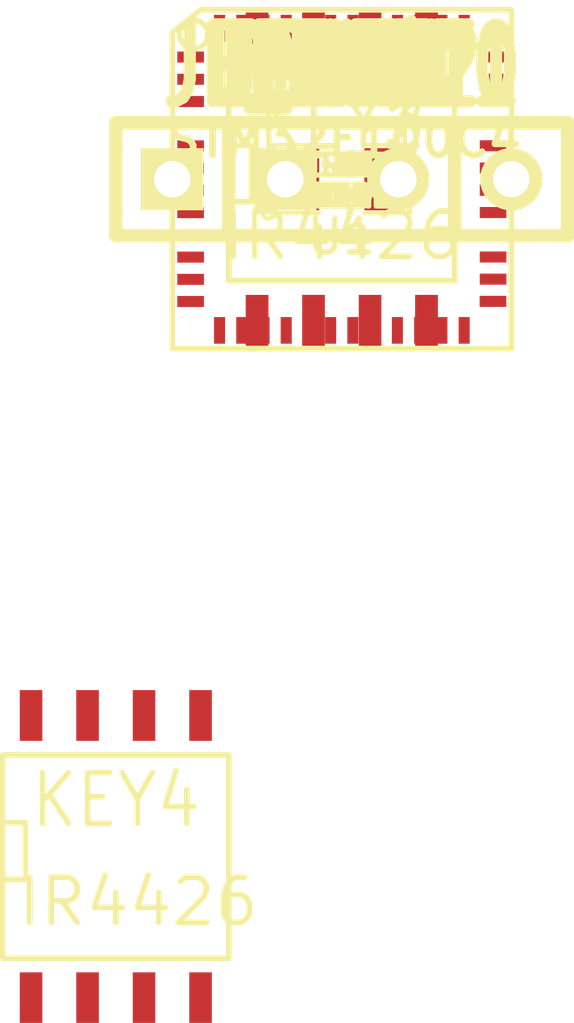
<source format=kicad_pcb>
(kicad_pcb (version 3) (host pcbnew "(2013-07-07 BZR 4022)-stable")

  (general
    (links 68)
    (no_connects 41)
    (area 0 0 0 0)
    (thickness 1.6)
    (drawings 0)
    (tracks 0)
    (zones 0)
    (modules 46)
    (nets 44)
  )

  (page A3)
  (layers
    (15 F.Cu signal)
    (0 B.Cu signal)
    (17 F.Adhes user)
    (19 F.Paste user)
    (21 F.SilkS user)
    (23 F.Mask user)
    (28 Edge.Cuts user)
  )

  (setup
    (last_trace_width 0.254)
    (user_trace_width 1)
    (user_trace_width 1.5)
    (user_trace_width 2)
    (trace_clearance 0.254)
    (zone_clearance 0.508)
    (zone_45_only no)
    (trace_min 0.254)
    (segment_width 0.2)
    (edge_width 0.1)
    (via_size 0.889)
    (via_drill 0.635)
    (via_min_size 0.889)
    (via_min_drill 0.508)
    (user_via 1 0.5)
    (user_via 1.5 1)
    (uvia_size 0.508)
    (uvia_drill 0.127)
    (uvias_allowed no)
    (uvia_min_size 0.508)
    (uvia_min_drill 0.127)
    (pcb_text_width 0.3)
    (pcb_text_size 1.5 1.5)
    (mod_edge_width 0.15)
    (mod_text_size 1 1)
    (mod_text_width 0.15)
    (pad_size 1.5 1.5)
    (pad_drill 0.6)
    (pad_to_mask_clearance 0)
    (aux_axis_origin 0 0)
    (visible_elements FFFFFFBF)
    (pcbplotparams
      (layerselection 3178497)
      (usegerberextensions true)
      (excludeedgelayer true)
      (linewidth 0.150000)
      (plotframeref false)
      (viasonmask false)
      (mode 1)
      (useauxorigin false)
      (hpglpennumber 1)
      (hpglpenspeed 20)
      (hpglpendiameter 15)
      (hpglpenoverlay 2)
      (psnegative false)
      (psa4output false)
      (plotreference true)
      (plotvalue true)
      (plotothertext true)
      (plotinvisibletext false)
      (padsonsilk false)
      (subtractmaskfromsilk false)
      (outputformat 1)
      (mirror false)
      (drillshape 1)
      (scaleselection 1)
      (outputdirectory ""))
  )

  (net 0 "")
  (net 1 +3.3V)
  (net 2 N-000001)
  (net 3 N-0000010)
  (net 4 N-0000011)
  (net 5 N-0000013)
  (net 6 N-0000014)
  (net 7 N-0000017)
  (net 8 N-000002)
  (net 9 N-0000021)
  (net 10 N-0000023)
  (net 11 N-0000025)
  (net 12 N-0000026)
  (net 13 N-0000027)
  (net 14 N-0000028)
  (net 15 N-0000029)
  (net 16 N-000003)
  (net 17 N-0000030)
  (net 18 N-0000031)
  (net 19 N-0000032)
  (net 20 N-0000033)
  (net 21 N-0000034)
  (net 22 N-0000035)
  (net 23 N-0000036)
  (net 24 N-0000037)
  (net 25 N-0000038)
  (net 26 N-0000039)
  (net 27 N-0000040)
  (net 28 N-0000041)
  (net 29 N-0000042)
  (net 30 N-0000043)
  (net 31 N-0000044)
  (net 32 N-0000045)
  (net 33 N-0000061)
  (net 34 N-0000063)
  (net 35 N-0000065)
  (net 36 N-0000068)
  (net 37 N-000007)
  (net 38 N-0000072)
  (net 39 N-000008)
  (net 40 N-0000081)
  (net 41 N-000009)
  (net 42 VDD)
  (net 43 VSS)

  (net_class Default "Это класс цепей по умолчанию."
    (clearance 0.254)
    (trace_width 0.254)
    (via_dia 0.889)
    (via_drill 0.635)
    (uvia_dia 0.508)
    (uvia_drill 0.127)
    (add_net "")
    (add_net +3.3V)
    (add_net N-000001)
    (add_net N-0000010)
    (add_net N-0000011)
    (add_net N-0000013)
    (add_net N-0000014)
    (add_net N-0000017)
    (add_net N-000002)
    (add_net N-0000021)
    (add_net N-0000023)
    (add_net N-0000025)
    (add_net N-0000026)
    (add_net N-0000027)
    (add_net N-0000028)
    (add_net N-0000029)
    (add_net N-000003)
    (add_net N-0000030)
    (add_net N-0000031)
    (add_net N-0000032)
    (add_net N-0000033)
    (add_net N-0000034)
    (add_net N-0000035)
    (add_net N-0000036)
    (add_net N-0000037)
    (add_net N-0000038)
    (add_net N-0000039)
    (add_net N-0000040)
    (add_net N-0000041)
    (add_net N-0000042)
    (add_net N-0000043)
    (add_net N-0000044)
    (add_net N-0000045)
    (add_net N-0000061)
    (add_net N-0000063)
    (add_net N-0000065)
    (add_net N-0000068)
    (add_net N-000007)
    (add_net N-0000072)
    (add_net N-000008)
    (add_net N-0000081)
    (add_net N-000009)
    (add_net VDD)
    (add_net VSS)
  )

  (module SO8N (layer F.Cu) (tedit 52643C36) (tstamp 526436BA)
    (at -5.08 15.24)
    (descr "Module CMS SOJ 8 pins large")
    (tags "CMS SOJ")
    (path /525D0882)
    (attr smd)
    (fp_text reference KEY4 (at 0 -1.27) (layer F.SilkS)
      (effects (font (size 1.143 1.016) (thickness 0.127)))
    )
    (fp_text value IR4426 (at 0.508 1.016) (layer F.SilkS)
      (effects (font (size 1.016 1.016) (thickness 0.127)))
    )
    (fp_line (start -2.54 -2.286) (end 2.54 -2.286) (layer F.SilkS) (width 0.127))
    (fp_line (start 2.54 -2.286) (end 2.54 2.286) (layer F.SilkS) (width 0.127))
    (fp_line (start 2.54 2.286) (end -2.54 2.286) (layer F.SilkS) (width 0.127))
    (fp_line (start -2.54 2.286) (end -2.54 -2.286) (layer F.SilkS) (width 0.127))
    (fp_line (start -2.54 -0.762) (end -2.032 -0.762) (layer F.SilkS) (width 0.127))
    (fp_line (start -2.032 -0.762) (end -2.032 0.508) (layer F.SilkS) (width 0.127))
    (fp_line (start -2.032 0.508) (end -2.54 0.508) (layer F.SilkS) (width 0.127))
    (pad 8 smd rect (at -1.905 -3.175) (size 0.508 1.143)
      (layers F.Cu F.Paste F.Mask)
    )
    (pad 7 smd rect (at -0.635 -3.175) (size 0.508 1.143)
      (layers F.Cu F.Paste F.Mask)
    )
    (pad 6 smd rect (at 0.635 -3.175) (size 0.508 1.143)
      (layers F.Cu F.Paste F.Mask)
    )
    (pad 5 smd rect (at 1.905 -3.175) (size 0.508 1.143)
      (layers F.Cu F.Paste F.Mask)
    )
    (pad 4 smd rect (at 1.905 3.175) (size 0.508 1.143)
      (layers F.Cu F.Paste F.Mask)
    )
    (pad 3 smd rect (at 0.635 3.175) (size 0.508 1.143)
      (layers F.Cu F.Paste F.Mask)
    )
    (pad 2 smd rect (at -0.635 3.175) (size 0.508 1.143)
      (layers F.Cu F.Paste F.Mask)
    )
    (pad 1 smd rect (at -1.905 3.175) (size 0.508 1.143)
      (layers F.Cu F.Paste F.Mask)
    )
    (model smd/cms_so8.wrl
      (at (xyz 0 0 0))
      (scale (xyz 0.5 0.38 0.5))
      (rotate (xyz 0 0 0))
    )
  )

  (module SO8N (layer F.Cu) (tedit 45127296) (tstamp 526436CD)
    (at 0 0)
    (descr "Module CMS SOJ 8 pins large")
    (tags "CMS SOJ")
    (path /524852DD)
    (attr smd)
    (fp_text reference KEY1 (at 0 -1.27) (layer F.SilkS)
      (effects (font (size 1.143 1.016) (thickness 0.127)))
    )
    (fp_text value IR4426 (at 0 1.27) (layer F.SilkS)
      (effects (font (size 1.016 1.016) (thickness 0.127)))
    )
    (fp_line (start -2.54 -2.286) (end 2.54 -2.286) (layer F.SilkS) (width 0.127))
    (fp_line (start 2.54 -2.286) (end 2.54 2.286) (layer F.SilkS) (width 0.127))
    (fp_line (start 2.54 2.286) (end -2.54 2.286) (layer F.SilkS) (width 0.127))
    (fp_line (start -2.54 2.286) (end -2.54 -2.286) (layer F.SilkS) (width 0.127))
    (fp_line (start -2.54 -0.762) (end -2.032 -0.762) (layer F.SilkS) (width 0.127))
    (fp_line (start -2.032 -0.762) (end -2.032 0.508) (layer F.SilkS) (width 0.127))
    (fp_line (start -2.032 0.508) (end -2.54 0.508) (layer F.SilkS) (width 0.127))
    (pad 8 smd rect (at -1.905 -3.175) (size 0.508 1.143)
      (layers F.Cu F.Paste F.Mask)
    )
    (pad 7 smd rect (at -0.635 -3.175) (size 0.508 1.143)
      (layers F.Cu F.Paste F.Mask)
    )
    (pad 6 smd rect (at 0.635 -3.175) (size 0.508 1.143)
      (layers F.Cu F.Paste F.Mask)
    )
    (pad 5 smd rect (at 1.905 -3.175) (size 0.508 1.143)
      (layers F.Cu F.Paste F.Mask)
    )
    (pad 4 smd rect (at 1.905 3.175) (size 0.508 1.143)
      (layers F.Cu F.Paste F.Mask)
    )
    (pad 3 smd rect (at 0.635 3.175) (size 0.508 1.143)
      (layers F.Cu F.Paste F.Mask)
    )
    (pad 2 smd rect (at -0.635 3.175) (size 0.508 1.143)
      (layers F.Cu F.Paste F.Mask)
    )
    (pad 1 smd rect (at -1.905 3.175) (size 0.508 1.143)
      (layers F.Cu F.Paste F.Mask)
    )
    (model smd/cms_so8.wrl
      (at (xyz 0 0 0))
      (scale (xyz 0.5 0.38 0.5))
      (rotate (xyz 0 0 0))
    )
  )

  (module SO8N (layer F.Cu) (tedit 45127296) (tstamp 526436E0)
    (at 0 0)
    (descr "Module CMS SOJ 8 pins large")
    (tags "CMS SOJ")
    (path /525D0464)
    (attr smd)
    (fp_text reference KEY2 (at 0 -1.27) (layer F.SilkS)
      (effects (font (size 1.143 1.016) (thickness 0.127)))
    )
    (fp_text value IR4426 (at 0 1.27) (layer F.SilkS)
      (effects (font (size 1.016 1.016) (thickness 0.127)))
    )
    (fp_line (start -2.54 -2.286) (end 2.54 -2.286) (layer F.SilkS) (width 0.127))
    (fp_line (start 2.54 -2.286) (end 2.54 2.286) (layer F.SilkS) (width 0.127))
    (fp_line (start 2.54 2.286) (end -2.54 2.286) (layer F.SilkS) (width 0.127))
    (fp_line (start -2.54 2.286) (end -2.54 -2.286) (layer F.SilkS) (width 0.127))
    (fp_line (start -2.54 -0.762) (end -2.032 -0.762) (layer F.SilkS) (width 0.127))
    (fp_line (start -2.032 -0.762) (end -2.032 0.508) (layer F.SilkS) (width 0.127))
    (fp_line (start -2.032 0.508) (end -2.54 0.508) (layer F.SilkS) (width 0.127))
    (pad 8 smd rect (at -1.905 -3.175) (size 0.508 1.143)
      (layers F.Cu F.Paste F.Mask)
    )
    (pad 7 smd rect (at -0.635 -3.175) (size 0.508 1.143)
      (layers F.Cu F.Paste F.Mask)
    )
    (pad 6 smd rect (at 0.635 -3.175) (size 0.508 1.143)
      (layers F.Cu F.Paste F.Mask)
    )
    (pad 5 smd rect (at 1.905 -3.175) (size 0.508 1.143)
      (layers F.Cu F.Paste F.Mask)
    )
    (pad 4 smd rect (at 1.905 3.175) (size 0.508 1.143)
      (layers F.Cu F.Paste F.Mask)
    )
    (pad 3 smd rect (at 0.635 3.175) (size 0.508 1.143)
      (layers F.Cu F.Paste F.Mask)
    )
    (pad 2 smd rect (at -0.635 3.175) (size 0.508 1.143)
      (layers F.Cu F.Paste F.Mask)
    )
    (pad 1 smd rect (at -1.905 3.175) (size 0.508 1.143)
      (layers F.Cu F.Paste F.Mask)
    )
    (model smd/cms_so8.wrl
      (at (xyz 0 0 0))
      (scale (xyz 0.5 0.38 0.5))
      (rotate (xyz 0 0 0))
    )
  )

  (module SO8N (layer F.Cu) (tedit 45127296) (tstamp 526436F3)
    (at 0 0)
    (descr "Module CMS SOJ 8 pins large")
    (tags "CMS SOJ")
    (path /5247723F)
    (attr smd)
    (fp_text reference KEY3 (at 0 -1.27) (layer F.SilkS)
      (effects (font (size 1.143 1.016) (thickness 0.127)))
    )
    (fp_text value IR4426 (at 0 1.27) (layer F.SilkS)
      (effects (font (size 1.016 1.016) (thickness 0.127)))
    )
    (fp_line (start -2.54 -2.286) (end 2.54 -2.286) (layer F.SilkS) (width 0.127))
    (fp_line (start 2.54 -2.286) (end 2.54 2.286) (layer F.SilkS) (width 0.127))
    (fp_line (start 2.54 2.286) (end -2.54 2.286) (layer F.SilkS) (width 0.127))
    (fp_line (start -2.54 2.286) (end -2.54 -2.286) (layer F.SilkS) (width 0.127))
    (fp_line (start -2.54 -0.762) (end -2.032 -0.762) (layer F.SilkS) (width 0.127))
    (fp_line (start -2.032 -0.762) (end -2.032 0.508) (layer F.SilkS) (width 0.127))
    (fp_line (start -2.032 0.508) (end -2.54 0.508) (layer F.SilkS) (width 0.127))
    (pad 8 smd rect (at -1.905 -3.175) (size 0.508 1.143)
      (layers F.Cu F.Paste F.Mask)
    )
    (pad 7 smd rect (at -0.635 -3.175) (size 0.508 1.143)
      (layers F.Cu F.Paste F.Mask)
    )
    (pad 6 smd rect (at 0.635 -3.175) (size 0.508 1.143)
      (layers F.Cu F.Paste F.Mask)
    )
    (pad 5 smd rect (at 1.905 -3.175) (size 0.508 1.143)
      (layers F.Cu F.Paste F.Mask)
    )
    (pad 4 smd rect (at 1.905 3.175) (size 0.508 1.143)
      (layers F.Cu F.Paste F.Mask)
    )
    (pad 3 smd rect (at 0.635 3.175) (size 0.508 1.143)
      (layers F.Cu F.Paste F.Mask)
    )
    (pad 2 smd rect (at -0.635 3.175) (size 0.508 1.143)
      (layers F.Cu F.Paste F.Mask)
    )
    (pad 1 smd rect (at -1.905 3.175) (size 0.508 1.143)
      (layers F.Cu F.Paste F.Mask)
    )
    (model smd/cms_so8.wrl
      (at (xyz 0 0 0))
      (scale (xyz 0.5 0.38 0.5))
      (rotate (xyz 0 0 0))
    )
  )

  (module SM0805 (layer F.Cu) (tedit 5091495C) (tstamp 52643700)
    (at 0 0)
    (path /52485301)
    (attr smd)
    (fp_text reference D7 (at 0 -0.3175) (layer F.SilkS)
      (effects (font (size 0.50038 0.50038) (thickness 0.10922)))
    )
    (fp_text value DIODE (at 0 0.381) (layer F.SilkS)
      (effects (font (size 0.50038 0.50038) (thickness 0.10922)))
    )
    (fp_circle (center -1.651 0.762) (end -1.651 0.635) (layer F.SilkS) (width 0.09906))
    (fp_line (start -0.508 0.762) (end -1.524 0.762) (layer F.SilkS) (width 0.09906))
    (fp_line (start -1.524 0.762) (end -1.524 -0.762) (layer F.SilkS) (width 0.09906))
    (fp_line (start -1.524 -0.762) (end -0.508 -0.762) (layer F.SilkS) (width 0.09906))
    (fp_line (start 0.508 -0.762) (end 1.524 -0.762) (layer F.SilkS) (width 0.09906))
    (fp_line (start 1.524 -0.762) (end 1.524 0.762) (layer F.SilkS) (width 0.09906))
    (fp_line (start 1.524 0.762) (end 0.508 0.762) (layer F.SilkS) (width 0.09906))
    (pad 1 smd rect (at -0.9525 0) (size 0.889 1.397)
      (layers F.Cu F.Paste F.Mask)
      (net 32 N-0000045)
    )
    (pad 2 smd rect (at 0.9525 0) (size 0.889 1.397)
      (layers F.Cu F.Paste F.Mask)
    )
    (model smd/chip_cms.wrl
      (at (xyz 0 0 0))
      (scale (xyz 0.1 0.1 0.1))
      (rotate (xyz 0 0 0))
    )
  )

  (module SM0805 (layer F.Cu) (tedit 5091495C) (tstamp 5264370D)
    (at 0 0)
    (path /524852F5)
    (attr smd)
    (fp_text reference D4 (at 0 -0.3175) (layer F.SilkS)
      (effects (font (size 0.50038 0.50038) (thickness 0.10922)))
    )
    (fp_text value DIODE (at 0 0.381) (layer F.SilkS)
      (effects (font (size 0.50038 0.50038) (thickness 0.10922)))
    )
    (fp_circle (center -1.651 0.762) (end -1.651 0.635) (layer F.SilkS) (width 0.09906))
    (fp_line (start -0.508 0.762) (end -1.524 0.762) (layer F.SilkS) (width 0.09906))
    (fp_line (start -1.524 0.762) (end -1.524 -0.762) (layer F.SilkS) (width 0.09906))
    (fp_line (start -1.524 -0.762) (end -0.508 -0.762) (layer F.SilkS) (width 0.09906))
    (fp_line (start 0.508 -0.762) (end 1.524 -0.762) (layer F.SilkS) (width 0.09906))
    (fp_line (start 1.524 -0.762) (end 1.524 0.762) (layer F.SilkS) (width 0.09906))
    (fp_line (start 1.524 0.762) (end 0.508 0.762) (layer F.SilkS) (width 0.09906))
    (pad 1 smd rect (at -0.9525 0) (size 0.889 1.397)
      (layers F.Cu F.Paste F.Mask)
      (net 43 VSS)
    )
    (pad 2 smd rect (at 0.9525 0) (size 0.889 1.397)
      (layers F.Cu F.Paste F.Mask)
    )
    (model smd/chip_cms.wrl
      (at (xyz 0 0 0))
      (scale (xyz 0.1 0.1 0.1))
      (rotate (xyz 0 0 0))
    )
  )

  (module SM0805 (layer F.Cu) (tedit 5091495C) (tstamp 5264371A)
    (at 0 0)
    (path /52485307)
    (attr smd)
    (fp_text reference D2 (at 0 -0.3175) (layer F.SilkS)
      (effects (font (size 0.50038 0.50038) (thickness 0.10922)))
    )
    (fp_text value DIODE (at 0 0.381) (layer F.SilkS)
      (effects (font (size 0.50038 0.50038) (thickness 0.10922)))
    )
    (fp_circle (center -1.651 0.762) (end -1.651 0.635) (layer F.SilkS) (width 0.09906))
    (fp_line (start -0.508 0.762) (end -1.524 0.762) (layer F.SilkS) (width 0.09906))
    (fp_line (start -1.524 0.762) (end -1.524 -0.762) (layer F.SilkS) (width 0.09906))
    (fp_line (start -1.524 -0.762) (end -0.508 -0.762) (layer F.SilkS) (width 0.09906))
    (fp_line (start 0.508 -0.762) (end 1.524 -0.762) (layer F.SilkS) (width 0.09906))
    (fp_line (start 1.524 -0.762) (end 1.524 0.762) (layer F.SilkS) (width 0.09906))
    (fp_line (start 1.524 0.762) (end 0.508 0.762) (layer F.SilkS) (width 0.09906))
    (pad 1 smd rect (at -0.9525 0) (size 0.889 1.397)
      (layers F.Cu F.Paste F.Mask)
      (net 43 VSS)
    )
    (pad 2 smd rect (at 0.9525 0) (size 0.889 1.397)
      (layers F.Cu F.Paste F.Mask)
    )
    (model smd/chip_cms.wrl
      (at (xyz 0 0 0))
      (scale (xyz 0.1 0.1 0.1))
      (rotate (xyz 0 0 0))
    )
  )

  (module SM0805 (layer F.Cu) (tedit 5091495C) (tstamp 52643727)
    (at 0 0)
    (path /525D07B2)
    (attr smd)
    (fp_text reference D15 (at 0 -0.3175) (layer F.SilkS)
      (effects (font (size 0.50038 0.50038) (thickness 0.10922)))
    )
    (fp_text value DIODE (at 0 0.381) (layer F.SilkS)
      (effects (font (size 0.50038 0.50038) (thickness 0.10922)))
    )
    (fp_circle (center -1.651 0.762) (end -1.651 0.635) (layer F.SilkS) (width 0.09906))
    (fp_line (start -0.508 0.762) (end -1.524 0.762) (layer F.SilkS) (width 0.09906))
    (fp_line (start -1.524 0.762) (end -1.524 -0.762) (layer F.SilkS) (width 0.09906))
    (fp_line (start -1.524 -0.762) (end -0.508 -0.762) (layer F.SilkS) (width 0.09906))
    (fp_line (start 0.508 -0.762) (end 1.524 -0.762) (layer F.SilkS) (width 0.09906))
    (fp_line (start 1.524 -0.762) (end 1.524 0.762) (layer F.SilkS) (width 0.09906))
    (fp_line (start 1.524 0.762) (end 0.508 0.762) (layer F.SilkS) (width 0.09906))
    (pad 1 smd rect (at -0.9525 0) (size 0.889 1.397)
      (layers F.Cu F.Paste F.Mask)
      (net 43 VSS)
    )
    (pad 2 smd rect (at 0.9525 0) (size 0.889 1.397)
      (layers F.Cu F.Paste F.Mask)
    )
    (model smd/chip_cms.wrl
      (at (xyz 0 0 0))
      (scale (xyz 0.1 0.1 0.1))
      (rotate (xyz 0 0 0))
    )
  )

  (module SM0805 (layer F.Cu) (tedit 5091495C) (tstamp 52643734)
    (at 0 0)
    (path /525D1150)
    (attr smd)
    (fp_text reference R7 (at 0 -0.3175) (layer F.SilkS)
      (effects (font (size 0.50038 0.50038) (thickness 0.10922)))
    )
    (fp_text value R (at 0 0.381) (layer F.SilkS)
      (effects (font (size 0.50038 0.50038) (thickness 0.10922)))
    )
    (fp_circle (center -1.651 0.762) (end -1.651 0.635) (layer F.SilkS) (width 0.09906))
    (fp_line (start -0.508 0.762) (end -1.524 0.762) (layer F.SilkS) (width 0.09906))
    (fp_line (start -1.524 0.762) (end -1.524 -0.762) (layer F.SilkS) (width 0.09906))
    (fp_line (start -1.524 -0.762) (end -0.508 -0.762) (layer F.SilkS) (width 0.09906))
    (fp_line (start 0.508 -0.762) (end 1.524 -0.762) (layer F.SilkS) (width 0.09906))
    (fp_line (start 1.524 -0.762) (end 1.524 0.762) (layer F.SilkS) (width 0.09906))
    (fp_line (start 1.524 0.762) (end 0.508 0.762) (layer F.SilkS) (width 0.09906))
    (pad 1 smd rect (at -0.9525 0) (size 0.889 1.397)
      (layers F.Cu F.Paste F.Mask)
      (net 12 N-0000026)
    )
    (pad 2 smd rect (at 0.9525 0) (size 0.889 1.397)
      (layers F.Cu F.Paste F.Mask)
      (net 11 N-0000025)
    )
    (model smd/chip_cms.wrl
      (at (xyz 0 0 0))
      (scale (xyz 0.1 0.1 0.1))
      (rotate (xyz 0 0 0))
    )
  )

  (module SM0805 (layer F.Cu) (tedit 5091495C) (tstamp 52643741)
    (at 0 0)
    (path /525CF916)
    (attr smd)
    (fp_text reference R2 (at 0 -0.3175) (layer F.SilkS)
      (effects (font (size 0.50038 0.50038) (thickness 0.10922)))
    )
    (fp_text value 10k (at 0 0.381) (layer F.SilkS)
      (effects (font (size 0.50038 0.50038) (thickness 0.10922)))
    )
    (fp_circle (center -1.651 0.762) (end -1.651 0.635) (layer F.SilkS) (width 0.09906))
    (fp_line (start -0.508 0.762) (end -1.524 0.762) (layer F.SilkS) (width 0.09906))
    (fp_line (start -1.524 0.762) (end -1.524 -0.762) (layer F.SilkS) (width 0.09906))
    (fp_line (start -1.524 -0.762) (end -0.508 -0.762) (layer F.SilkS) (width 0.09906))
    (fp_line (start 0.508 -0.762) (end 1.524 -0.762) (layer F.SilkS) (width 0.09906))
    (fp_line (start 1.524 -0.762) (end 1.524 0.762) (layer F.SilkS) (width 0.09906))
    (fp_line (start 1.524 0.762) (end 0.508 0.762) (layer F.SilkS) (width 0.09906))
    (pad 1 smd rect (at -0.9525 0) (size 0.889 1.397)
      (layers F.Cu F.Paste F.Mask)
      (net 37 N-000007)
    )
    (pad 2 smd rect (at 0.9525 0) (size 0.889 1.397)
      (layers F.Cu F.Paste F.Mask)
      (net 1 +3.3V)
    )
    (model smd/chip_cms.wrl
      (at (xyz 0 0 0))
      (scale (xyz 0.1 0.1 0.1))
      (rotate (xyz 0 0 0))
    )
  )

  (module SM0805 (layer F.Cu) (tedit 5091495C) (tstamp 5264374E)
    (at 0 0)
    (path /525CF91C)
    (attr smd)
    (fp_text reference R4 (at 0 -0.3175) (layer F.SilkS)
      (effects (font (size 0.50038 0.50038) (thickness 0.10922)))
    )
    (fp_text value 510 (at 0 0.381) (layer F.SilkS)
      (effects (font (size 0.50038 0.50038) (thickness 0.10922)))
    )
    (fp_circle (center -1.651 0.762) (end -1.651 0.635) (layer F.SilkS) (width 0.09906))
    (fp_line (start -0.508 0.762) (end -1.524 0.762) (layer F.SilkS) (width 0.09906))
    (fp_line (start -1.524 0.762) (end -1.524 -0.762) (layer F.SilkS) (width 0.09906))
    (fp_line (start -1.524 -0.762) (end -0.508 -0.762) (layer F.SilkS) (width 0.09906))
    (fp_line (start 0.508 -0.762) (end 1.524 -0.762) (layer F.SilkS) (width 0.09906))
    (fp_line (start 1.524 -0.762) (end 1.524 0.762) (layer F.SilkS) (width 0.09906))
    (fp_line (start 1.524 0.762) (end 0.508 0.762) (layer F.SilkS) (width 0.09906))
    (pad 1 smd rect (at -0.9525 0) (size 0.889 1.397)
      (layers F.Cu F.Paste F.Mask)
      (net 36 N-0000068)
    )
    (pad 2 smd rect (at 0.9525 0) (size 0.889 1.397)
      (layers F.Cu F.Paste F.Mask)
      (net 43 VSS)
    )
    (model smd/chip_cms.wrl
      (at (xyz 0 0 0))
      (scale (xyz 0.1 0.1 0.1))
      (rotate (xyz 0 0 0))
    )
  )

  (module SM0805 (layer F.Cu) (tedit 5091495C) (tstamp 5264375B)
    (at 0 0)
    (path /525D114A)
    (attr smd)
    (fp_text reference D10 (at 0 -0.3175) (layer F.SilkS)
      (effects (font (size 0.50038 0.50038) (thickness 0.10922)))
    )
    (fp_text value LED (at 0 0.381) (layer F.SilkS)
      (effects (font (size 0.50038 0.50038) (thickness 0.10922)))
    )
    (fp_circle (center -1.651 0.762) (end -1.651 0.635) (layer F.SilkS) (width 0.09906))
    (fp_line (start -0.508 0.762) (end -1.524 0.762) (layer F.SilkS) (width 0.09906))
    (fp_line (start -1.524 0.762) (end -1.524 -0.762) (layer F.SilkS) (width 0.09906))
    (fp_line (start -1.524 -0.762) (end -0.508 -0.762) (layer F.SilkS) (width 0.09906))
    (fp_line (start 0.508 -0.762) (end 1.524 -0.762) (layer F.SilkS) (width 0.09906))
    (fp_line (start 1.524 -0.762) (end 1.524 0.762) (layer F.SilkS) (width 0.09906))
    (fp_line (start 1.524 0.762) (end 0.508 0.762) (layer F.SilkS) (width 0.09906))
    (pad 1 smd rect (at -0.9525 0) (size 0.889 1.397)
      (layers F.Cu F.Paste F.Mask)
      (net 11 N-0000025)
    )
    (pad 2 smd rect (at 0.9525 0) (size 0.889 1.397)
      (layers F.Cu F.Paste F.Mask)
      (net 43 VSS)
    )
    (model smd/chip_cms.wrl
      (at (xyz 0 0 0))
      (scale (xyz 0.1 0.1 0.1))
      (rotate (xyz 0 0 0))
    )
  )

  (module SM0805 (layer F.Cu) (tedit 5091495C) (tstamp 52643768)
    (at 0 0)
    (path /525D1119)
    (attr smd)
    (fp_text reference R6 (at 0 -0.3175) (layer F.SilkS)
      (effects (font (size 0.50038 0.50038) (thickness 0.10922)))
    )
    (fp_text value R (at 0 0.381) (layer F.SilkS)
      (effects (font (size 0.50038 0.50038) (thickness 0.10922)))
    )
    (fp_circle (center -1.651 0.762) (end -1.651 0.635) (layer F.SilkS) (width 0.09906))
    (fp_line (start -0.508 0.762) (end -1.524 0.762) (layer F.SilkS) (width 0.09906))
    (fp_line (start -1.524 0.762) (end -1.524 -0.762) (layer F.SilkS) (width 0.09906))
    (fp_line (start -1.524 -0.762) (end -0.508 -0.762) (layer F.SilkS) (width 0.09906))
    (fp_line (start 0.508 -0.762) (end 1.524 -0.762) (layer F.SilkS) (width 0.09906))
    (fp_line (start 1.524 -0.762) (end 1.524 0.762) (layer F.SilkS) (width 0.09906))
    (fp_line (start 1.524 0.762) (end 0.508 0.762) (layer F.SilkS) (width 0.09906))
    (pad 1 smd rect (at -0.9525 0) (size 0.889 1.397)
      (layers F.Cu F.Paste F.Mask)
      (net 42 VDD)
    )
    (pad 2 smd rect (at 0.9525 0) (size 0.889 1.397)
      (layers F.Cu F.Paste F.Mask)
      (net 7 N-0000017)
    )
    (model smd/chip_cms.wrl
      (at (xyz 0 0 0))
      (scale (xyz 0.1 0.1 0.1))
      (rotate (xyz 0 0 0))
    )
  )

  (module SM0805 (layer F.Cu) (tedit 5091495C) (tstamp 52643775)
    (at 0 0)
    (path /525D110A)
    (attr smd)
    (fp_text reference D9 (at 0 -0.3175) (layer F.SilkS)
      (effects (font (size 0.50038 0.50038) (thickness 0.10922)))
    )
    (fp_text value LED (at 0 0.381) (layer F.SilkS)
      (effects (font (size 0.50038 0.50038) (thickness 0.10922)))
    )
    (fp_circle (center -1.651 0.762) (end -1.651 0.635) (layer F.SilkS) (width 0.09906))
    (fp_line (start -0.508 0.762) (end -1.524 0.762) (layer F.SilkS) (width 0.09906))
    (fp_line (start -1.524 0.762) (end -1.524 -0.762) (layer F.SilkS) (width 0.09906))
    (fp_line (start -1.524 -0.762) (end -0.508 -0.762) (layer F.SilkS) (width 0.09906))
    (fp_line (start 0.508 -0.762) (end 1.524 -0.762) (layer F.SilkS) (width 0.09906))
    (fp_line (start 1.524 -0.762) (end 1.524 0.762) (layer F.SilkS) (width 0.09906))
    (fp_line (start 1.524 0.762) (end 0.508 0.762) (layer F.SilkS) (width 0.09906))
    (pad 1 smd rect (at -0.9525 0) (size 0.889 1.397)
      (layers F.Cu F.Paste F.Mask)
      (net 7 N-0000017)
    )
    (pad 2 smd rect (at 0.9525 0) (size 0.889 1.397)
      (layers F.Cu F.Paste F.Mask)
      (net 43 VSS)
    )
    (model smd/chip_cms.wrl
      (at (xyz 0 0 0))
      (scale (xyz 0.1 0.1 0.1))
      (rotate (xyz 0 0 0))
    )
  )

  (module SM0805 (layer F.Cu) (tedit 5091495C) (tstamp 52643782)
    (at 0 0)
    (path /525D0476)
    (attr smd)
    (fp_text reference D3 (at 0 -0.3175) (layer F.SilkS)
      (effects (font (size 0.50038 0.50038) (thickness 0.10922)))
    )
    (fp_text value DIODE (at 0 0.381) (layer F.SilkS)
      (effects (font (size 0.50038 0.50038) (thickness 0.10922)))
    )
    (fp_circle (center -1.651 0.762) (end -1.651 0.635) (layer F.SilkS) (width 0.09906))
    (fp_line (start -0.508 0.762) (end -1.524 0.762) (layer F.SilkS) (width 0.09906))
    (fp_line (start -1.524 0.762) (end -1.524 -0.762) (layer F.SilkS) (width 0.09906))
    (fp_line (start -1.524 -0.762) (end -0.508 -0.762) (layer F.SilkS) (width 0.09906))
    (fp_line (start 0.508 -0.762) (end 1.524 -0.762) (layer F.SilkS) (width 0.09906))
    (fp_line (start 1.524 -0.762) (end 1.524 0.762) (layer F.SilkS) (width 0.09906))
    (fp_line (start 1.524 0.762) (end 0.508 0.762) (layer F.SilkS) (width 0.09906))
    (pad 1 smd rect (at -0.9525 0) (size 0.889 1.397)
      (layers F.Cu F.Paste F.Mask)
      (net 43 VSS)
    )
    (pad 2 smd rect (at 0.9525 0) (size 0.889 1.397)
      (layers F.Cu F.Paste F.Mask)
    )
    (model smd/chip_cms.wrl
      (at (xyz 0 0 0))
      (scale (xyz 0.1 0.1 0.1))
      (rotate (xyz 0 0 0))
    )
  )

  (module SM0805 (layer F.Cu) (tedit 5091495C) (tstamp 5264378F)
    (at 0 0)
    (path /525D047C)
    (attr smd)
    (fp_text reference D6 (at 0 -0.3175) (layer F.SilkS)
      (effects (font (size 0.50038 0.50038) (thickness 0.10922)))
    )
    (fp_text value DIODE (at 0 0.381) (layer F.SilkS)
      (effects (font (size 0.50038 0.50038) (thickness 0.10922)))
    )
    (fp_circle (center -1.651 0.762) (end -1.651 0.635) (layer F.SilkS) (width 0.09906))
    (fp_line (start -0.508 0.762) (end -1.524 0.762) (layer F.SilkS) (width 0.09906))
    (fp_line (start -1.524 0.762) (end -1.524 -0.762) (layer F.SilkS) (width 0.09906))
    (fp_line (start -1.524 -0.762) (end -0.508 -0.762) (layer F.SilkS) (width 0.09906))
    (fp_line (start 0.508 -0.762) (end 1.524 -0.762) (layer F.SilkS) (width 0.09906))
    (fp_line (start 1.524 -0.762) (end 1.524 0.762) (layer F.SilkS) (width 0.09906))
    (fp_line (start 1.524 0.762) (end 0.508 0.762) (layer F.SilkS) (width 0.09906))
    (pad 1 smd rect (at -0.9525 0) (size 0.889 1.397)
      (layers F.Cu F.Paste F.Mask)
      (net 27 N-0000040)
    )
    (pad 2 smd rect (at 0.9525 0) (size 0.889 1.397)
      (layers F.Cu F.Paste F.Mask)
    )
    (model smd/chip_cms.wrl
      (at (xyz 0 0 0))
      (scale (xyz 0.1 0.1 0.1))
      (rotate (xyz 0 0 0))
    )
  )

  (module SM0805 (layer F.Cu) (tedit 5091495C) (tstamp 5264379C)
    (at 0 0)
    (path /525D0482)
    (attr smd)
    (fp_text reference D5 (at 0 -0.3175) (layer F.SilkS)
      (effects (font (size 0.50038 0.50038) (thickness 0.10922)))
    )
    (fp_text value DIODE (at 0 0.381) (layer F.SilkS)
      (effects (font (size 0.50038 0.50038) (thickness 0.10922)))
    )
    (fp_circle (center -1.651 0.762) (end -1.651 0.635) (layer F.SilkS) (width 0.09906))
    (fp_line (start -0.508 0.762) (end -1.524 0.762) (layer F.SilkS) (width 0.09906))
    (fp_line (start -1.524 0.762) (end -1.524 -0.762) (layer F.SilkS) (width 0.09906))
    (fp_line (start -1.524 -0.762) (end -0.508 -0.762) (layer F.SilkS) (width 0.09906))
    (fp_line (start 0.508 -0.762) (end 1.524 -0.762) (layer F.SilkS) (width 0.09906))
    (fp_line (start 1.524 -0.762) (end 1.524 0.762) (layer F.SilkS) (width 0.09906))
    (fp_line (start 1.524 0.762) (end 0.508 0.762) (layer F.SilkS) (width 0.09906))
    (pad 1 smd rect (at -0.9525 0) (size 0.889 1.397)
      (layers F.Cu F.Paste F.Mask)
      (net 38 N-0000072)
    )
    (pad 2 smd rect (at 0.9525 0) (size 0.889 1.397)
      (layers F.Cu F.Paste F.Mask)
    )
    (model smd/chip_cms.wrl
      (at (xyz 0 0 0))
      (scale (xyz 0.1 0.1 0.1))
      (rotate (xyz 0 0 0))
    )
  )

  (module SM0805 (layer F.Cu) (tedit 5091495C) (tstamp 526437A9)
    (at 0 0)
    (path /525D0488)
    (attr smd)
    (fp_text reference D1 (at 0 -0.3175) (layer F.SilkS)
      (effects (font (size 0.50038 0.50038) (thickness 0.10922)))
    )
    (fp_text value DIODE (at 0 0.381) (layer F.SilkS)
      (effects (font (size 0.50038 0.50038) (thickness 0.10922)))
    )
    (fp_circle (center -1.651 0.762) (end -1.651 0.635) (layer F.SilkS) (width 0.09906))
    (fp_line (start -0.508 0.762) (end -1.524 0.762) (layer F.SilkS) (width 0.09906))
    (fp_line (start -1.524 0.762) (end -1.524 -0.762) (layer F.SilkS) (width 0.09906))
    (fp_line (start -1.524 -0.762) (end -0.508 -0.762) (layer F.SilkS) (width 0.09906))
    (fp_line (start 0.508 -0.762) (end 1.524 -0.762) (layer F.SilkS) (width 0.09906))
    (fp_line (start 1.524 -0.762) (end 1.524 0.762) (layer F.SilkS) (width 0.09906))
    (fp_line (start 1.524 0.762) (end 0.508 0.762) (layer F.SilkS) (width 0.09906))
    (pad 1 smd rect (at -0.9525 0) (size 0.889 1.397)
      (layers F.Cu F.Paste F.Mask)
      (net 43 VSS)
    )
    (pad 2 smd rect (at 0.9525 0) (size 0.889 1.397)
      (layers F.Cu F.Paste F.Mask)
    )
    (model smd/chip_cms.wrl
      (at (xyz 0 0 0))
      (scale (xyz 0.1 0.1 0.1))
      (rotate (xyz 0 0 0))
    )
  )

  (module SM0805 (layer F.Cu) (tedit 5091495C) (tstamp 526437B6)
    (at 0 0)
    (path /525D089A)
    (attr smd)
    (fp_text reference D12 (at 0 -0.3175) (layer F.SilkS)
      (effects (font (size 0.50038 0.50038) (thickness 0.10922)))
    )
    (fp_text value DIODE (at 0 0.381) (layer F.SilkS)
      (effects (font (size 0.50038 0.50038) (thickness 0.10922)))
    )
    (fp_circle (center -1.651 0.762) (end -1.651 0.635) (layer F.SilkS) (width 0.09906))
    (fp_line (start -0.508 0.762) (end -1.524 0.762) (layer F.SilkS) (width 0.09906))
    (fp_line (start -1.524 0.762) (end -1.524 -0.762) (layer F.SilkS) (width 0.09906))
    (fp_line (start -1.524 -0.762) (end -0.508 -0.762) (layer F.SilkS) (width 0.09906))
    (fp_line (start 0.508 -0.762) (end 1.524 -0.762) (layer F.SilkS) (width 0.09906))
    (fp_line (start 1.524 -0.762) (end 1.524 0.762) (layer F.SilkS) (width 0.09906))
    (fp_line (start 1.524 0.762) (end 0.508 0.762) (layer F.SilkS) (width 0.09906))
    (pad 1 smd rect (at -0.9525 0) (size 0.889 1.397)
      (layers F.Cu F.Paste F.Mask)
      (net 5 N-0000013)
    )
    (pad 2 smd rect (at 0.9525 0) (size 0.889 1.397)
      (layers F.Cu F.Paste F.Mask)
    )
    (model smd/chip_cms.wrl
      (at (xyz 0 0 0))
      (scale (xyz 0.1 0.1 0.1))
      (rotate (xyz 0 0 0))
    )
  )

  (module SM0805 (layer F.Cu) (tedit 5091495C) (tstamp 526437C3)
    (at 0 0)
    (path /524852FB)
    (attr smd)
    (fp_text reference D8 (at 0 -0.3175) (layer F.SilkS)
      (effects (font (size 0.50038 0.50038) (thickness 0.10922)))
    )
    (fp_text value DIODE (at 0 0.381) (layer F.SilkS)
      (effects (font (size 0.50038 0.50038) (thickness 0.10922)))
    )
    (fp_circle (center -1.651 0.762) (end -1.651 0.635) (layer F.SilkS) (width 0.09906))
    (fp_line (start -0.508 0.762) (end -1.524 0.762) (layer F.SilkS) (width 0.09906))
    (fp_line (start -1.524 0.762) (end -1.524 -0.762) (layer F.SilkS) (width 0.09906))
    (fp_line (start -1.524 -0.762) (end -0.508 -0.762) (layer F.SilkS) (width 0.09906))
    (fp_line (start 0.508 -0.762) (end 1.524 -0.762) (layer F.SilkS) (width 0.09906))
    (fp_line (start 1.524 -0.762) (end 1.524 0.762) (layer F.SilkS) (width 0.09906))
    (fp_line (start 1.524 0.762) (end 0.508 0.762) (layer F.SilkS) (width 0.09906))
    (pad 1 smd rect (at -0.9525 0) (size 0.889 1.397)
      (layers F.Cu F.Paste F.Mask)
      (net 4 N-0000011)
    )
    (pad 2 smd rect (at 0.9525 0) (size 0.889 1.397)
      (layers F.Cu F.Paste F.Mask)
    )
    (model smd/chip_cms.wrl
      (at (xyz 0 0 0))
      (scale (xyz 0.1 0.1 0.1))
      (rotate (xyz 0 0 0))
    )
  )

  (module SM0805 (layer F.Cu) (tedit 5091495C) (tstamp 526437D0)
    (at 0 0)
    (path /5248451D)
    (attr smd)
    (fp_text reference D18 (at 0 -0.3175) (layer F.SilkS)
      (effects (font (size 0.50038 0.50038) (thickness 0.10922)))
    )
    (fp_text value DIODE (at 0 0.381) (layer F.SilkS)
      (effects (font (size 0.50038 0.50038) (thickness 0.10922)))
    )
    (fp_circle (center -1.651 0.762) (end -1.651 0.635) (layer F.SilkS) (width 0.09906))
    (fp_line (start -0.508 0.762) (end -1.524 0.762) (layer F.SilkS) (width 0.09906))
    (fp_line (start -1.524 0.762) (end -1.524 -0.762) (layer F.SilkS) (width 0.09906))
    (fp_line (start -1.524 -0.762) (end -0.508 -0.762) (layer F.SilkS) (width 0.09906))
    (fp_line (start 0.508 -0.762) (end 1.524 -0.762) (layer F.SilkS) (width 0.09906))
    (fp_line (start 1.524 -0.762) (end 1.524 0.762) (layer F.SilkS) (width 0.09906))
    (fp_line (start 1.524 0.762) (end 0.508 0.762) (layer F.SilkS) (width 0.09906))
    (pad 1 smd rect (at -0.9525 0) (size 0.889 1.397)
      (layers F.Cu F.Paste F.Mask)
      (net 43 VSS)
    )
    (pad 2 smd rect (at 0.9525 0) (size 0.889 1.397)
      (layers F.Cu F.Paste F.Mask)
    )
    (model smd/chip_cms.wrl
      (at (xyz 0 0 0))
      (scale (xyz 0.1 0.1 0.1))
      (rotate (xyz 0 0 0))
    )
  )

  (module SM0805 (layer F.Cu) (tedit 5091495C) (tstamp 526437DD)
    (at 0 0)
    (path /5248450E)
    (attr smd)
    (fp_text reference D13 (at 0 -0.3175) (layer F.SilkS)
      (effects (font (size 0.50038 0.50038) (thickness 0.10922)))
    )
    (fp_text value DIODE (at 0 0.381) (layer F.SilkS)
      (effects (font (size 0.50038 0.50038) (thickness 0.10922)))
    )
    (fp_circle (center -1.651 0.762) (end -1.651 0.635) (layer F.SilkS) (width 0.09906))
    (fp_line (start -0.508 0.762) (end -1.524 0.762) (layer F.SilkS) (width 0.09906))
    (fp_line (start -1.524 0.762) (end -1.524 -0.762) (layer F.SilkS) (width 0.09906))
    (fp_line (start -1.524 -0.762) (end -0.508 -0.762) (layer F.SilkS) (width 0.09906))
    (fp_line (start 0.508 -0.762) (end 1.524 -0.762) (layer F.SilkS) (width 0.09906))
    (fp_line (start 1.524 -0.762) (end 1.524 0.762) (layer F.SilkS) (width 0.09906))
    (fp_line (start 1.524 0.762) (end 0.508 0.762) (layer F.SilkS) (width 0.09906))
    (pad 1 smd rect (at -0.9525 0) (size 0.889 1.397)
      (layers F.Cu F.Paste F.Mask)
      (net 35 N-0000065)
    )
    (pad 2 smd rect (at 0.9525 0) (size 0.889 1.397)
      (layers F.Cu F.Paste F.Mask)
    )
    (model smd/chip_cms.wrl
      (at (xyz 0 0 0))
      (scale (xyz 0.1 0.1 0.1))
      (rotate (xyz 0 0 0))
    )
  )

  (module SM0805 (layer F.Cu) (tedit 5091495C) (tstamp 526437EA)
    (at 0 0)
    (path /524844FF)
    (attr smd)
    (fp_text reference D14 (at 0 -0.3175) (layer F.SilkS)
      (effects (font (size 0.50038 0.50038) (thickness 0.10922)))
    )
    (fp_text value DIODE (at 0 0.381) (layer F.SilkS)
      (effects (font (size 0.50038 0.50038) (thickness 0.10922)))
    )
    (fp_circle (center -1.651 0.762) (end -1.651 0.635) (layer F.SilkS) (width 0.09906))
    (fp_line (start -0.508 0.762) (end -1.524 0.762) (layer F.SilkS) (width 0.09906))
    (fp_line (start -1.524 0.762) (end -1.524 -0.762) (layer F.SilkS) (width 0.09906))
    (fp_line (start -1.524 -0.762) (end -0.508 -0.762) (layer F.SilkS) (width 0.09906))
    (fp_line (start 0.508 -0.762) (end 1.524 -0.762) (layer F.SilkS) (width 0.09906))
    (fp_line (start 1.524 -0.762) (end 1.524 0.762) (layer F.SilkS) (width 0.09906))
    (fp_line (start 1.524 0.762) (end 0.508 0.762) (layer F.SilkS) (width 0.09906))
    (pad 1 smd rect (at -0.9525 0) (size 0.889 1.397)
      (layers F.Cu F.Paste F.Mask)
      (net 2 N-000001)
    )
    (pad 2 smd rect (at 0.9525 0) (size 0.889 1.397)
      (layers F.Cu F.Paste F.Mask)
    )
    (model smd/chip_cms.wrl
      (at (xyz 0 0 0))
      (scale (xyz 0.1 0.1 0.1))
      (rotate (xyz 0 0 0))
    )
  )

  (module SM0805 (layer F.Cu) (tedit 5091495C) (tstamp 526437F7)
    (at 0 0)
    (path /524844F0)
    (attr smd)
    (fp_text reference D17 (at 0 -0.3175) (layer F.SilkS)
      (effects (font (size 0.50038 0.50038) (thickness 0.10922)))
    )
    (fp_text value DIODE (at 0 0.381) (layer F.SilkS)
      (effects (font (size 0.50038 0.50038) (thickness 0.10922)))
    )
    (fp_circle (center -1.651 0.762) (end -1.651 0.635) (layer F.SilkS) (width 0.09906))
    (fp_line (start -0.508 0.762) (end -1.524 0.762) (layer F.SilkS) (width 0.09906))
    (fp_line (start -1.524 0.762) (end -1.524 -0.762) (layer F.SilkS) (width 0.09906))
    (fp_line (start -1.524 -0.762) (end -0.508 -0.762) (layer F.SilkS) (width 0.09906))
    (fp_line (start 0.508 -0.762) (end 1.524 -0.762) (layer F.SilkS) (width 0.09906))
    (fp_line (start 1.524 -0.762) (end 1.524 0.762) (layer F.SilkS) (width 0.09906))
    (fp_line (start 1.524 0.762) (end 0.508 0.762) (layer F.SilkS) (width 0.09906))
    (pad 1 smd rect (at -0.9525 0) (size 0.889 1.397)
      (layers F.Cu F.Paste F.Mask)
      (net 43 VSS)
    )
    (pad 2 smd rect (at 0.9525 0) (size 0.889 1.397)
      (layers F.Cu F.Paste F.Mask)
    )
    (model smd/chip_cms.wrl
      (at (xyz 0 0 0))
      (scale (xyz 0.1 0.1 0.1))
      (rotate (xyz 0 0 0))
    )
  )

  (module SM0805 (layer F.Cu) (tedit 5091495C) (tstamp 52643804)
    (at 0 0)
    (path /525D0DEE)
    (attr smd)
    (fp_text reference D11 (at 0 -0.3175) (layer F.SilkS)
      (effects (font (size 0.50038 0.50038) (thickness 0.10922)))
    )
    (fp_text value DIODE (at 0 0.381) (layer F.SilkS)
      (effects (font (size 0.50038 0.50038) (thickness 0.10922)))
    )
    (fp_circle (center -1.651 0.762) (end -1.651 0.635) (layer F.SilkS) (width 0.09906))
    (fp_line (start -0.508 0.762) (end -1.524 0.762) (layer F.SilkS) (width 0.09906))
    (fp_line (start -1.524 0.762) (end -1.524 -0.762) (layer F.SilkS) (width 0.09906))
    (fp_line (start -1.524 -0.762) (end -0.508 -0.762) (layer F.SilkS) (width 0.09906))
    (fp_line (start 0.508 -0.762) (end 1.524 -0.762) (layer F.SilkS) (width 0.09906))
    (fp_line (start 1.524 -0.762) (end 1.524 0.762) (layer F.SilkS) (width 0.09906))
    (fp_line (start 1.524 0.762) (end 0.508 0.762) (layer F.SilkS) (width 0.09906))
    (pad 1 smd rect (at -0.9525 0) (size 0.889 1.397)
      (layers F.Cu F.Paste F.Mask)
      (net 6 N-0000014)
    )
    (pad 2 smd rect (at 0.9525 0) (size 0.889 1.397)
      (layers F.Cu F.Paste F.Mask)
    )
    (model smd/chip_cms.wrl
      (at (xyz 0 0 0))
      (scale (xyz 0.1 0.1 0.1))
      (rotate (xyz 0 0 0))
    )
  )

  (module SM0805 (layer F.Cu) (tedit 5091495C) (tstamp 52643811)
    (at 0 0)
    (path /52445DE3)
    (attr smd)
    (fp_text reference R5 (at 0 -0.3175) (layer F.SilkS)
      (effects (font (size 0.50038 0.50038) (thickness 0.10922)))
    )
    (fp_text value 510 (at 0 0.381) (layer F.SilkS)
      (effects (font (size 0.50038 0.50038) (thickness 0.10922)))
    )
    (fp_circle (center -1.651 0.762) (end -1.651 0.635) (layer F.SilkS) (width 0.09906))
    (fp_line (start -0.508 0.762) (end -1.524 0.762) (layer F.SilkS) (width 0.09906))
    (fp_line (start -1.524 0.762) (end -1.524 -0.762) (layer F.SilkS) (width 0.09906))
    (fp_line (start -1.524 -0.762) (end -0.508 -0.762) (layer F.SilkS) (width 0.09906))
    (fp_line (start 0.508 -0.762) (end 1.524 -0.762) (layer F.SilkS) (width 0.09906))
    (fp_line (start 1.524 -0.762) (end 1.524 0.762) (layer F.SilkS) (width 0.09906))
    (fp_line (start 1.524 0.762) (end 0.508 0.762) (layer F.SilkS) (width 0.09906))
    (pad 1 smd rect (at -0.9525 0) (size 0.889 1.397)
      (layers F.Cu F.Paste F.Mask)
      (net 33 N-0000061)
    )
    (pad 2 smd rect (at 0.9525 0) (size 0.889 1.397)
      (layers F.Cu F.Paste F.Mask)
      (net 43 VSS)
    )
    (model smd/chip_cms.wrl
      (at (xyz 0 0 0))
      (scale (xyz 0.1 0.1 0.1))
      (rotate (xyz 0 0 0))
    )
  )

  (module SM0805 (layer F.Cu) (tedit 5091495C) (tstamp 5264381E)
    (at 0 0)
    (path /52445DD4)
    (attr smd)
    (fp_text reference R3 (at 0 -0.3175) (layer F.SilkS)
      (effects (font (size 0.50038 0.50038) (thickness 0.10922)))
    )
    (fp_text value 10k (at 0 0.381) (layer F.SilkS)
      (effects (font (size 0.50038 0.50038) (thickness 0.10922)))
    )
    (fp_circle (center -1.651 0.762) (end -1.651 0.635) (layer F.SilkS) (width 0.09906))
    (fp_line (start -0.508 0.762) (end -1.524 0.762) (layer F.SilkS) (width 0.09906))
    (fp_line (start -1.524 0.762) (end -1.524 -0.762) (layer F.SilkS) (width 0.09906))
    (fp_line (start -1.524 -0.762) (end -0.508 -0.762) (layer F.SilkS) (width 0.09906))
    (fp_line (start 0.508 -0.762) (end 1.524 -0.762) (layer F.SilkS) (width 0.09906))
    (fp_line (start 1.524 -0.762) (end 1.524 0.762) (layer F.SilkS) (width 0.09906))
    (fp_line (start 1.524 0.762) (end 0.508 0.762) (layer F.SilkS) (width 0.09906))
    (pad 1 smd rect (at -0.9525 0) (size 0.889 1.397)
      (layers F.Cu F.Paste F.Mask)
      (net 3 N-0000010)
    )
    (pad 2 smd rect (at 0.9525 0) (size 0.889 1.397)
      (layers F.Cu F.Paste F.Mask)
      (net 1 +3.3V)
    )
    (model smd/chip_cms.wrl
      (at (xyz 0 0 0))
      (scale (xyz 0.1 0.1 0.1))
      (rotate (xyz 0 0 0))
    )
  )

  (module SM0805 (layer F.Cu) (tedit 5091495C) (tstamp 5264382B)
    (at 0 0)
    (path /525D1199)
    (attr smd)
    (fp_text reference D16 (at 0 -0.3175) (layer F.SilkS)
      (effects (font (size 0.50038 0.50038) (thickness 0.10922)))
    )
    (fp_text value DIODE (at 0 0.381) (layer F.SilkS)
      (effects (font (size 0.50038 0.50038) (thickness 0.10922)))
    )
    (fp_circle (center -1.651 0.762) (end -1.651 0.635) (layer F.SilkS) (width 0.09906))
    (fp_line (start -0.508 0.762) (end -1.524 0.762) (layer F.SilkS) (width 0.09906))
    (fp_line (start -1.524 0.762) (end -1.524 -0.762) (layer F.SilkS) (width 0.09906))
    (fp_line (start -1.524 -0.762) (end -0.508 -0.762) (layer F.SilkS) (width 0.09906))
    (fp_line (start 0.508 -0.762) (end 1.524 -0.762) (layer F.SilkS) (width 0.09906))
    (fp_line (start 1.524 -0.762) (end 1.524 0.762) (layer F.SilkS) (width 0.09906))
    (fp_line (start 1.524 0.762) (end 0.508 0.762) (layer F.SilkS) (width 0.09906))
    (pad 1 smd rect (at -0.9525 0) (size 0.889 1.397)
      (layers F.Cu F.Paste F.Mask)
      (net 43 VSS)
    )
    (pad 2 smd rect (at 0.9525 0) (size 0.889 1.397)
      (layers F.Cu F.Paste F.Mask)
    )
    (model smd/chip_cms.wrl
      (at (xyz 0 0 0))
      (scale (xyz 0.1 0.1 0.1))
      (rotate (xyz 0 0 0))
    )
  )

  (module SM0805 (layer F.Cu) (tedit 5091495C) (tstamp 52643838)
    (at 0 0)
    (path /52419944)
    (attr smd)
    (fp_text reference R1 (at 0 -0.3175) (layer F.SilkS)
      (effects (font (size 0.50038 0.50038) (thickness 0.10922)))
    )
    (fp_text value 330 (at 0 0.381) (layer F.SilkS)
      (effects (font (size 0.50038 0.50038) (thickness 0.10922)))
    )
    (fp_circle (center -1.651 0.762) (end -1.651 0.635) (layer F.SilkS) (width 0.09906))
    (fp_line (start -0.508 0.762) (end -1.524 0.762) (layer F.SilkS) (width 0.09906))
    (fp_line (start -1.524 0.762) (end -1.524 -0.762) (layer F.SilkS) (width 0.09906))
    (fp_line (start -1.524 -0.762) (end -0.508 -0.762) (layer F.SilkS) (width 0.09906))
    (fp_line (start 0.508 -0.762) (end 1.524 -0.762) (layer F.SilkS) (width 0.09906))
    (fp_line (start 1.524 -0.762) (end 1.524 0.762) (layer F.SilkS) (width 0.09906))
    (fp_line (start 1.524 0.762) (end 0.508 0.762) (layer F.SilkS) (width 0.09906))
    (pad 1 smd rect (at -0.9525 0) (size 0.889 1.397)
      (layers F.Cu F.Paste F.Mask)
    )
    (pad 2 smd rect (at 0.9525 0) (size 0.889 1.397)
      (layers F.Cu F.Paste F.Mask)
      (net 1 +3.3V)
    )
    (model smd/chip_cms.wrl
      (at (xyz 0 0 0))
      (scale (xyz 0.1 0.1 0.1))
      (rotate (xyz 0 0 0))
    )
  )

  (module SM0805 (layer F.Cu) (tedit 5091495C) (tstamp 52643845)
    (at 0 0)
    (path /52384A58)
    (attr smd)
    (fp_text reference C1 (at 0 -0.3175) (layer F.SilkS)
      (effects (font (size 0.50038 0.50038) (thickness 0.10922)))
    )
    (fp_text value 100nF (at 0 0.381) (layer F.SilkS)
      (effects (font (size 0.50038 0.50038) (thickness 0.10922)))
    )
    (fp_circle (center -1.651 0.762) (end -1.651 0.635) (layer F.SilkS) (width 0.09906))
    (fp_line (start -0.508 0.762) (end -1.524 0.762) (layer F.SilkS) (width 0.09906))
    (fp_line (start -1.524 0.762) (end -1.524 -0.762) (layer F.SilkS) (width 0.09906))
    (fp_line (start -1.524 -0.762) (end -0.508 -0.762) (layer F.SilkS) (width 0.09906))
    (fp_line (start 0.508 -0.762) (end 1.524 -0.762) (layer F.SilkS) (width 0.09906))
    (fp_line (start 1.524 -0.762) (end 1.524 0.762) (layer F.SilkS) (width 0.09906))
    (fp_line (start 1.524 0.762) (end 0.508 0.762) (layer F.SilkS) (width 0.09906))
    (pad 1 smd rect (at -0.9525 0) (size 0.889 1.397)
      (layers F.Cu F.Paste F.Mask)
      (net 29 N-0000042)
    )
    (pad 2 smd rect (at 0.9525 0) (size 0.889 1.397)
      (layers F.Cu F.Paste F.Mask)
      (net 43 VSS)
    )
    (model smd/chip_cms.wrl
      (at (xyz 0 0 0))
      (scale (xyz 0.1 0.1 0.1))
      (rotate (xyz 0 0 0))
    )
  )

  (module SM0805 (layer F.Cu) (tedit 5091495C) (tstamp 52643852)
    (at 0 0)
    (path /52384995)
    (attr smd)
    (fp_text reference C2 (at 0 -0.3175) (layer F.SilkS)
      (effects (font (size 0.50038 0.50038) (thickness 0.10922)))
    )
    (fp_text value 20pF (at 0 0.381) (layer F.SilkS)
      (effects (font (size 0.50038 0.50038) (thickness 0.10922)))
    )
    (fp_circle (center -1.651 0.762) (end -1.651 0.635) (layer F.SilkS) (width 0.09906))
    (fp_line (start -0.508 0.762) (end -1.524 0.762) (layer F.SilkS) (width 0.09906))
    (fp_line (start -1.524 0.762) (end -1.524 -0.762) (layer F.SilkS) (width 0.09906))
    (fp_line (start -1.524 -0.762) (end -0.508 -0.762) (layer F.SilkS) (width 0.09906))
    (fp_line (start 0.508 -0.762) (end 1.524 -0.762) (layer F.SilkS) (width 0.09906))
    (fp_line (start 1.524 -0.762) (end 1.524 0.762) (layer F.SilkS) (width 0.09906))
    (fp_line (start 1.524 0.762) (end 0.508 0.762) (layer F.SilkS) (width 0.09906))
    (pad 1 smd rect (at -0.9525 0) (size 0.889 1.397)
      (layers F.Cu F.Paste F.Mask)
      (net 40 N-0000081)
    )
    (pad 2 smd rect (at 0.9525 0) (size 0.889 1.397)
      (layers F.Cu F.Paste F.Mask)
      (net 43 VSS)
    )
    (model smd/chip_cms.wrl
      (at (xyz 0 0 0))
      (scale (xyz 0.1 0.1 0.1))
      (rotate (xyz 0 0 0))
    )
  )

  (module SM0805 (layer F.Cu) (tedit 5091495C) (tstamp 5264385F)
    (at 0 0)
    (path /52384985)
    (attr smd)
    (fp_text reference C3 (at 0 -0.3175) (layer F.SilkS)
      (effects (font (size 0.50038 0.50038) (thickness 0.10922)))
    )
    (fp_text value 20pF (at 0 0.381) (layer F.SilkS)
      (effects (font (size 0.50038 0.50038) (thickness 0.10922)))
    )
    (fp_circle (center -1.651 0.762) (end -1.651 0.635) (layer F.SilkS) (width 0.09906))
    (fp_line (start -0.508 0.762) (end -1.524 0.762) (layer F.SilkS) (width 0.09906))
    (fp_line (start -1.524 0.762) (end -1.524 -0.762) (layer F.SilkS) (width 0.09906))
    (fp_line (start -1.524 -0.762) (end -0.508 -0.762) (layer F.SilkS) (width 0.09906))
    (fp_line (start 0.508 -0.762) (end 1.524 -0.762) (layer F.SilkS) (width 0.09906))
    (fp_line (start 1.524 -0.762) (end 1.524 0.762) (layer F.SilkS) (width 0.09906))
    (fp_line (start 1.524 0.762) (end 0.508 0.762) (layer F.SilkS) (width 0.09906))
    (pad 1 smd rect (at -0.9525 0) (size 0.889 1.397)
      (layers F.Cu F.Paste F.Mask)
      (net 43 VSS)
    )
    (pad 2 smd rect (at 0.9525 0) (size 0.889 1.397)
      (layers F.Cu F.Paste F.Mask)
      (net 34 N-0000063)
    )
    (model smd/chip_cms.wrl
      (at (xyz 0 0 0))
      (scale (xyz 0.1 0.1 0.1))
      (rotate (xyz 0 0 0))
    )
  )

  (module SIL-4 (layer F.Cu) (tedit 200000) (tstamp 5264386E)
    (at 0 0)
    (descr "Connecteur 4 pibs")
    (tags "CONN DEV")
    (path /525D3652)
    (fp_text reference SERVO1 (at 0 -2.54) (layer F.SilkS)
      (effects (font (size 1.73482 1.08712) (thickness 0.3048)))
    )
    (fp_text value CONN_4 (at 0 -2.54) (layer F.SilkS) hide
      (effects (font (size 1.524 1.016) (thickness 0.3048)))
    )
    (fp_line (start -5.08 -1.27) (end -5.08 -1.27) (layer F.SilkS) (width 0.3048))
    (fp_line (start -5.08 1.27) (end -5.08 -1.27) (layer F.SilkS) (width 0.3048))
    (fp_line (start -5.08 -1.27) (end -5.08 -1.27) (layer F.SilkS) (width 0.3048))
    (fp_line (start -5.08 -1.27) (end 5.08 -1.27) (layer F.SilkS) (width 0.3048))
    (fp_line (start 5.08 -1.27) (end 5.08 1.27) (layer F.SilkS) (width 0.3048))
    (fp_line (start 5.08 1.27) (end -5.08 1.27) (layer F.SilkS) (width 0.3048))
    (fp_line (start -2.54 1.27) (end -2.54 -1.27) (layer F.SilkS) (width 0.3048))
    (pad 1 thru_hole rect (at -3.81 0) (size 1.397 1.397) (drill 0.8128)
      (layers *.Cu *.Mask F.SilkS)
      (net 23 N-0000036)
    )
    (pad 2 thru_hole circle (at -1.27 0) (size 1.397 1.397) (drill 0.8128)
      (layers *.Cu *.Mask F.SilkS)
      (net 22 N-0000035)
    )
    (pad 3 thru_hole circle (at 1.27 0) (size 1.397 1.397) (drill 0.8128)
      (layers *.Cu *.Mask F.SilkS)
      (net 21 N-0000034)
    )
    (pad 4 thru_hole circle (at 3.81 0) (size 1.397 1.397) (drill 0.8128)
      (layers *.Cu *.Mask F.SilkS)
      (net 20 N-0000033)
    )
  )

  (module SIL-4 (layer F.Cu) (tedit 200000) (tstamp 5264387D)
    (at 0 0)
    (descr "Connecteur 4 pibs")
    (tags "CONN DEV")
    (path /525D0A55)
    (fp_text reference PSWD1 (at 0 -2.54) (layer F.SilkS)
      (effects (font (size 1.73482 1.08712) (thickness 0.3048)))
    )
    (fp_text value CONN_4 (at 0 -2.54) (layer F.SilkS) hide
      (effects (font (size 1.524 1.016) (thickness 0.3048)))
    )
    (fp_line (start -5.08 -1.27) (end -5.08 -1.27) (layer F.SilkS) (width 0.3048))
    (fp_line (start -5.08 1.27) (end -5.08 -1.27) (layer F.SilkS) (width 0.3048))
    (fp_line (start -5.08 -1.27) (end -5.08 -1.27) (layer F.SilkS) (width 0.3048))
    (fp_line (start -5.08 -1.27) (end 5.08 -1.27) (layer F.SilkS) (width 0.3048))
    (fp_line (start 5.08 -1.27) (end 5.08 1.27) (layer F.SilkS) (width 0.3048))
    (fp_line (start 5.08 1.27) (end -5.08 1.27) (layer F.SilkS) (width 0.3048))
    (fp_line (start -2.54 1.27) (end -2.54 -1.27) (layer F.SilkS) (width 0.3048))
    (pad 1 thru_hole rect (at -3.81 0) (size 1.397 1.397) (drill 0.8128)
      (layers *.Cu *.Mask F.SilkS)
      (net 10 N-0000023)
    )
    (pad 2 thru_hole circle (at -1.27 0) (size 1.397 1.397) (drill 0.8128)
      (layers *.Cu *.Mask F.SilkS)
      (net 43 VSS)
    )
    (pad 3 thru_hole circle (at 1.27 0) (size 1.397 1.397) (drill 0.8128)
      (layers *.Cu *.Mask F.SilkS)
      (net 42 VDD)
    )
    (pad 4 thru_hole circle (at 3.81 0) (size 1.397 1.397) (drill 0.8128)
      (layers *.Cu *.Mask F.SilkS)
      (net 9 N-0000021)
    )
  )

  (module SIL-4 (layer F.Cu) (tedit 200000) (tstamp 5264388C)
    (at 0 0)
    (descr "Connecteur 4 pibs")
    (tags "CONN DEV")
    (path /525D363D)
    (fp_text reference SERVO2 (at 0 -2.54) (layer F.SilkS)
      (effects (font (size 1.73482 1.08712) (thickness 0.3048)))
    )
    (fp_text value CONN_4 (at 0 -2.54) (layer F.SilkS) hide
      (effects (font (size 1.524 1.016) (thickness 0.3048)))
    )
    (fp_line (start -5.08 -1.27) (end -5.08 -1.27) (layer F.SilkS) (width 0.3048))
    (fp_line (start -5.08 1.27) (end -5.08 -1.27) (layer F.SilkS) (width 0.3048))
    (fp_line (start -5.08 -1.27) (end -5.08 -1.27) (layer F.SilkS) (width 0.3048))
    (fp_line (start -5.08 -1.27) (end 5.08 -1.27) (layer F.SilkS) (width 0.3048))
    (fp_line (start 5.08 -1.27) (end 5.08 1.27) (layer F.SilkS) (width 0.3048))
    (fp_line (start 5.08 1.27) (end -5.08 1.27) (layer F.SilkS) (width 0.3048))
    (fp_line (start -2.54 1.27) (end -2.54 -1.27) (layer F.SilkS) (width 0.3048))
    (pad 1 thru_hole rect (at -3.81 0) (size 1.397 1.397) (drill 0.8128)
      (layers *.Cu *.Mask F.SilkS)
      (net 14 N-0000028)
    )
    (pad 2 thru_hole circle (at -1.27 0) (size 1.397 1.397) (drill 0.8128)
      (layers *.Cu *.Mask F.SilkS)
      (net 13 N-0000027)
    )
    (pad 3 thru_hole circle (at 1.27 0) (size 1.397 1.397) (drill 0.8128)
      (layers *.Cu *.Mask F.SilkS)
      (net 25 N-0000038)
    )
    (pad 4 thru_hole circle (at 3.81 0) (size 1.397 1.397) (drill 0.8128)
      (layers *.Cu *.Mask F.SilkS)
      (net 24 N-0000037)
    )
  )

  (module SIL-4 (layer F.Cu) (tedit 200000) (tstamp 5264389B)
    (at 0 0)
    (descr "Connecteur 4 pibs")
    (tags "CONN DEV")
    (path /525CFE58)
    (fp_text reference USART1 (at 0 -2.54) (layer F.SilkS)
      (effects (font (size 1.73482 1.08712) (thickness 0.3048)))
    )
    (fp_text value CONN_4 (at 0 -2.54) (layer F.SilkS) hide
      (effects (font (size 1.524 1.016) (thickness 0.3048)))
    )
    (fp_line (start -5.08 -1.27) (end -5.08 -1.27) (layer F.SilkS) (width 0.3048))
    (fp_line (start -5.08 1.27) (end -5.08 -1.27) (layer F.SilkS) (width 0.3048))
    (fp_line (start -5.08 -1.27) (end -5.08 -1.27) (layer F.SilkS) (width 0.3048))
    (fp_line (start -5.08 -1.27) (end 5.08 -1.27) (layer F.SilkS) (width 0.3048))
    (fp_line (start 5.08 -1.27) (end 5.08 1.27) (layer F.SilkS) (width 0.3048))
    (fp_line (start 5.08 1.27) (end -5.08 1.27) (layer F.SilkS) (width 0.3048))
    (fp_line (start -2.54 1.27) (end -2.54 -1.27) (layer F.SilkS) (width 0.3048))
    (pad 1 thru_hole rect (at -3.81 0) (size 1.397 1.397) (drill 0.8128)
      (layers *.Cu *.Mask F.SilkS)
      (net 43 VSS)
    )
    (pad 2 thru_hole circle (at -1.27 0) (size 1.397 1.397) (drill 0.8128)
      (layers *.Cu *.Mask F.SilkS)
      (net 8 N-000002)
    )
    (pad 3 thru_hole circle (at 1.27 0) (size 1.397 1.397) (drill 0.8128)
      (layers *.Cu *.Mask F.SilkS)
      (net 16 N-000003)
    )
    (pad 4 thru_hole circle (at 3.81 0) (size 1.397 1.397) (drill 0.8128)
      (layers *.Cu *.Mask F.SilkS)
      (net 42 VDD)
    )
  )

  (module SIL-4 (layer F.Cu) (tedit 200000) (tstamp 526438AA)
    (at 0 0)
    (descr "Connecteur 4 pibs")
    (tags "CONN DEV")
    (path /525CFE49)
    (fp_text reference USART2 (at 0 -2.54) (layer F.SilkS)
      (effects (font (size 1.73482 1.08712) (thickness 0.3048)))
    )
    (fp_text value CONN_4 (at 0 -2.54) (layer F.SilkS) hide
      (effects (font (size 1.524 1.016) (thickness 0.3048)))
    )
    (fp_line (start -5.08 -1.27) (end -5.08 -1.27) (layer F.SilkS) (width 0.3048))
    (fp_line (start -5.08 1.27) (end -5.08 -1.27) (layer F.SilkS) (width 0.3048))
    (fp_line (start -5.08 -1.27) (end -5.08 -1.27) (layer F.SilkS) (width 0.3048))
    (fp_line (start -5.08 -1.27) (end 5.08 -1.27) (layer F.SilkS) (width 0.3048))
    (fp_line (start 5.08 -1.27) (end 5.08 1.27) (layer F.SilkS) (width 0.3048))
    (fp_line (start 5.08 1.27) (end -5.08 1.27) (layer F.SilkS) (width 0.3048))
    (fp_line (start -2.54 1.27) (end -2.54 -1.27) (layer F.SilkS) (width 0.3048))
    (pad 1 thru_hole rect (at -3.81 0) (size 1.397 1.397) (drill 0.8128)
      (layers *.Cu *.Mask F.SilkS)
      (net 43 VSS)
    )
    (pad 2 thru_hole circle (at -1.27 0) (size 1.397 1.397) (drill 0.8128)
      (layers *.Cu *.Mask F.SilkS)
      (net 39 N-000008)
    )
    (pad 3 thru_hole circle (at 1.27 0) (size 1.397 1.397) (drill 0.8128)
      (layers *.Cu *.Mask F.SilkS)
      (net 41 N-000009)
    )
    (pad 4 thru_hole circle (at 3.81 0) (size 1.397 1.397) (drill 0.8128)
      (layers *.Cu *.Mask F.SilkS)
      (net 42 VDD)
    )
  )

  (module SIL-2 (layer F.Cu) (tedit 200000) (tstamp 526438B4)
    (at 0 0)
    (descr "Connecteurs 2 pins")
    (tags "CONN DEV")
    (path /525D0888)
    (fp_text reference ENG4 (at 0 -2.54) (layer F.SilkS)
      (effects (font (size 1.72974 1.08712) (thickness 0.3048)))
    )
    (fp_text value engpin (at 0 -2.54) (layer F.SilkS) hide
      (effects (font (size 1.524 1.016) (thickness 0.3048)))
    )
    (fp_line (start -2.54 1.27) (end -2.54 -1.27) (layer F.SilkS) (width 0.3048))
    (fp_line (start -2.54 -1.27) (end 2.54 -1.27) (layer F.SilkS) (width 0.3048))
    (fp_line (start 2.54 -1.27) (end 2.54 1.27) (layer F.SilkS) (width 0.3048))
    (fp_line (start 2.54 1.27) (end -2.54 1.27) (layer F.SilkS) (width 0.3048))
    (pad 1 thru_hole rect (at -1.27 0) (size 1.397 1.397) (drill 0.8128)
      (layers *.Cu *.Mask F.SilkS)
      (net 6 N-0000014)
    )
    (pad 2 thru_hole circle (at 1.27 0) (size 1.397 1.397) (drill 0.8128)
      (layers *.Cu *.Mask F.SilkS)
      (net 5 N-0000013)
    )
  )

  (module SIL-2 (layer F.Cu) (tedit 200000) (tstamp 526438BE)
    (at 0 0)
    (descr "Connecteurs 2 pins")
    (tags "CONN DEV")
    (path /525D046A)
    (fp_text reference ENG2 (at 0 -2.54) (layer F.SilkS)
      (effects (font (size 1.72974 1.08712) (thickness 0.3048)))
    )
    (fp_text value engpin (at 0 -2.54) (layer F.SilkS) hide
      (effects (font (size 1.524 1.016) (thickness 0.3048)))
    )
    (fp_line (start -2.54 1.27) (end -2.54 -1.27) (layer F.SilkS) (width 0.3048))
    (fp_line (start -2.54 -1.27) (end 2.54 -1.27) (layer F.SilkS) (width 0.3048))
    (fp_line (start 2.54 -1.27) (end 2.54 1.27) (layer F.SilkS) (width 0.3048))
    (fp_line (start 2.54 1.27) (end -2.54 1.27) (layer F.SilkS) (width 0.3048))
    (pad 1 thru_hole rect (at -1.27 0) (size 1.397 1.397) (drill 0.8128)
      (layers *.Cu *.Mask F.SilkS)
      (net 38 N-0000072)
    )
    (pad 2 thru_hole circle (at 1.27 0) (size 1.397 1.397) (drill 0.8128)
      (layers *.Cu *.Mask F.SilkS)
      (net 27 N-0000040)
    )
  )

  (module SIL-2 (layer F.Cu) (tedit 200000) (tstamp 526438C8)
    (at 0 0)
    (descr "Connecteurs 2 pins")
    (tags "CONN DEV")
    (path /525CF90A)
    (fp_text reference JP_BOOT0 (at 0 -2.54) (layer F.SilkS)
      (effects (font (size 1.72974 1.08712) (thickness 0.3048)))
    )
    (fp_text value BREAKER (at 0 -2.54) (layer F.SilkS) hide
      (effects (font (size 1.524 1.016) (thickness 0.3048)))
    )
    (fp_line (start -2.54 1.27) (end -2.54 -1.27) (layer F.SilkS) (width 0.3048))
    (fp_line (start -2.54 -1.27) (end 2.54 -1.27) (layer F.SilkS) (width 0.3048))
    (fp_line (start 2.54 -1.27) (end 2.54 1.27) (layer F.SilkS) (width 0.3048))
    (fp_line (start 2.54 1.27) (end -2.54 1.27) (layer F.SilkS) (width 0.3048))
    (pad 1 thru_hole rect (at -1.27 0) (size 1.397 1.397) (drill 0.8128)
      (layers *.Cu *.Mask F.SilkS)
      (net 37 N-000007)
    )
    (pad 2 thru_hole circle (at 1.27 0) (size 1.397 1.397) (drill 0.8128)
      (layers *.Cu *.Mask F.SilkS)
      (net 36 N-0000068)
    )
  )

  (module SIL-2 (layer F.Cu) (tedit 200000) (tstamp 526438D2)
    (at 0 0)
    (descr "Connecteurs 2 pins")
    (tags "CONN DEV")
    (path /524852E5)
    (fp_text reference ENG1 (at 0 -2.54) (layer F.SilkS)
      (effects (font (size 1.72974 1.08712) (thickness 0.3048)))
    )
    (fp_text value engpin (at 0 -2.54) (layer F.SilkS) hide
      (effects (font (size 1.524 1.016) (thickness 0.3048)))
    )
    (fp_line (start -2.54 1.27) (end -2.54 -1.27) (layer F.SilkS) (width 0.3048))
    (fp_line (start -2.54 -1.27) (end 2.54 -1.27) (layer F.SilkS) (width 0.3048))
    (fp_line (start 2.54 -1.27) (end 2.54 1.27) (layer F.SilkS) (width 0.3048))
    (fp_line (start 2.54 1.27) (end -2.54 1.27) (layer F.SilkS) (width 0.3048))
    (pad 1 thru_hole rect (at -1.27 0) (size 1.397 1.397) (drill 0.8128)
      (layers *.Cu *.Mask F.SilkS)
      (net 32 N-0000045)
    )
    (pad 2 thru_hole circle (at 1.27 0) (size 1.397 1.397) (drill 0.8128)
      (layers *.Cu *.Mask F.SilkS)
      (net 4 N-0000011)
    )
  )

  (module SIL-2 (layer F.Cu) (tedit 200000) (tstamp 526438DC)
    (at 0 0)
    (descr "Connecteurs 2 pins")
    (tags "CONN DEV")
    (path /5247758D)
    (fp_text reference ENG3 (at 0 -2.54) (layer F.SilkS)
      (effects (font (size 1.72974 1.08712) (thickness 0.3048)))
    )
    (fp_text value engpin (at 0 -2.54) (layer F.SilkS) hide
      (effects (font (size 1.524 1.016) (thickness 0.3048)))
    )
    (fp_line (start -2.54 1.27) (end -2.54 -1.27) (layer F.SilkS) (width 0.3048))
    (fp_line (start -2.54 -1.27) (end 2.54 -1.27) (layer F.SilkS) (width 0.3048))
    (fp_line (start 2.54 -1.27) (end 2.54 1.27) (layer F.SilkS) (width 0.3048))
    (fp_line (start 2.54 1.27) (end -2.54 1.27) (layer F.SilkS) (width 0.3048))
    (pad 1 thru_hole rect (at -1.27 0) (size 1.397 1.397) (drill 0.8128)
      (layers *.Cu *.Mask F.SilkS)
      (net 35 N-0000065)
    )
    (pad 2 thru_hole circle (at 1.27 0) (size 1.397 1.397) (drill 0.8128)
      (layers *.Cu *.Mask F.SilkS)
      (net 2 N-000001)
    )
  )

  (module SIL-2 (layer F.Cu) (tedit 200000) (tstamp 526438E6)
    (at 0 0)
    (descr "Connecteurs 2 pins")
    (tags "CONN DEV")
    (path /52445DA3)
    (fp_text reference JP_BOOT1 (at 0 -2.54) (layer F.SilkS)
      (effects (font (size 1.72974 1.08712) (thickness 0.3048)))
    )
    (fp_text value BREAKER (at 0 -2.54) (layer F.SilkS) hide
      (effects (font (size 1.524 1.016) (thickness 0.3048)))
    )
    (fp_line (start -2.54 1.27) (end -2.54 -1.27) (layer F.SilkS) (width 0.3048))
    (fp_line (start -2.54 -1.27) (end 2.54 -1.27) (layer F.SilkS) (width 0.3048))
    (fp_line (start 2.54 -1.27) (end 2.54 1.27) (layer F.SilkS) (width 0.3048))
    (fp_line (start 2.54 1.27) (end -2.54 1.27) (layer F.SilkS) (width 0.3048))
    (pad 1 thru_hole rect (at -1.27 0) (size 1.397 1.397) (drill 0.8128)
      (layers *.Cu *.Mask F.SilkS)
      (net 3 N-0000010)
    )
    (pad 2 thru_hole circle (at 1.27 0) (size 1.397 1.397) (drill 0.8128)
      (layers *.Cu *.Mask F.SilkS)
      (net 33 N-0000061)
    )
  )

  (module SIL-2 (layer F.Cu) (tedit 200000) (tstamp 526438F0)
    (at 0 0)
    (descr "Connecteurs 2 pins")
    (tags "CONN DEV")
    (path /52384A97)
    (fp_text reference reset1 (at 0 -2.54) (layer F.SilkS)
      (effects (font (size 1.72974 1.08712) (thickness 0.3048)))
    )
    (fp_text value SW_PUSH (at 0 -2.54) (layer F.SilkS) hide
      (effects (font (size 1.524 1.016) (thickness 0.3048)))
    )
    (fp_line (start -2.54 1.27) (end -2.54 -1.27) (layer F.SilkS) (width 0.3048))
    (fp_line (start -2.54 -1.27) (end 2.54 -1.27) (layer F.SilkS) (width 0.3048))
    (fp_line (start 2.54 -1.27) (end 2.54 1.27) (layer F.SilkS) (width 0.3048))
    (fp_line (start 2.54 1.27) (end -2.54 1.27) (layer F.SilkS) (width 0.3048))
    (pad 1 thru_hole rect (at -1.27 0) (size 1.397 1.397) (drill 0.8128)
      (layers *.Cu *.Mask F.SilkS)
      (net 42 VDD)
    )
    (pad 2 thru_hole circle (at 1.27 0) (size 1.397 1.397) (drill 0.8128)
      (layers *.Cu *.Mask F.SilkS)
      (net 29 N-0000042)
    )
  )

  (module SIL-2 (layer F.Cu) (tedit 200000) (tstamp 526438FA)
    (at 0 0)
    (descr "Connecteurs 2 pins")
    (tags "CONN DEV")
    (path /52384923)
    (fp_text reference 8MHz1 (at 0 -2.54) (layer F.SilkS)
      (effects (font (size 1.72974 1.08712) (thickness 0.3048)))
    )
    (fp_text value CRYSTAL (at 0 -2.54) (layer F.SilkS) hide
      (effects (font (size 1.524 1.016) (thickness 0.3048)))
    )
    (fp_line (start -2.54 1.27) (end -2.54 -1.27) (layer F.SilkS) (width 0.3048))
    (fp_line (start -2.54 -1.27) (end 2.54 -1.27) (layer F.SilkS) (width 0.3048))
    (fp_line (start 2.54 -1.27) (end 2.54 1.27) (layer F.SilkS) (width 0.3048))
    (fp_line (start 2.54 1.27) (end -2.54 1.27) (layer F.SilkS) (width 0.3048))
    (pad 1 thru_hole rect (at -1.27 0) (size 1.397 1.397) (drill 0.8128)
      (layers *.Cu *.Mask F.SilkS)
      (net 40 N-0000081)
    )
    (pad 2 thru_hole circle (at 1.27 0) (size 1.397 1.397) (drill 0.8128)
      (layers *.Cu *.Mask F.SilkS)
      (net 34 N-0000063)
    )
  )

  (module QFN48 (layer F.Cu) (tedit 4D78CADD) (tstamp 52643936)
    (at 0 0)
    (path /525CF722)
    (attr smd)
    (fp_text reference U1 (at -0.01016 1.29032) (layer F.SilkS)
      (effects (font (size 0.762 0.762) (thickness 0.127)))
    )
    (fp_text value STM32F100C4 (at 0.0508 -0.889) (layer F.SilkS)
      (effects (font (size 0.762 0.762) (thickness 0.1524)))
    )
    (fp_line (start -2.921 -3.81) (end -3.175 -3.81) (layer F.SilkS) (width 0.127))
    (fp_line (start -3.175 -3.81) (end -3.81 -3.302) (layer F.SilkS) (width 0.127))
    (fp_line (start -3.81 -3.302) (end -3.81 -2.921) (layer F.SilkS) (width 0.127))
    (fp_line (start -2.921 -3.81) (end 3.81 -3.81) (layer F.SilkS) (width 0.127))
    (fp_line (start 3.81 -3.81) (end 3.81 3.81) (layer F.SilkS) (width 0.127))
    (fp_line (start 3.81 3.81) (end -3.81 3.81) (layer F.SilkS) (width 0.127))
    (fp_line (start -3.81 3.81) (end -3.81 -2.921) (layer F.SilkS) (width 0.127))
    (fp_circle (center -3.32994 -3.25882) (end -3.43154 -3.56108) (layer F.SilkS) (width 0.127))
    (pad 1 smd rect (at -3.39852 -2.74828) (size 0.59944 0.24892)
      (layers F.Cu F.Paste F.Mask)
    )
    (pad 2 smd rect (at -3.39852 -2.2479) (size 0.59944 0.24892)
      (layers F.Cu F.Paste F.Mask)
    )
    (pad 3 smd rect (at -3.39852 -1.74752) (size 0.59944 0.24892)
      (layers F.Cu F.Paste F.Mask)
    )
    (pad 4 smd rect (at -3.39852 -1.24714) (size 0.59944 0.24892)
      (layers F.Cu F.Paste F.Mask)
    )
    (pad 5 smd rect (at -3.39852 -0.7493) (size 0.59944 0.24892)
      (layers F.Cu F.Paste F.Mask)
      (net 40 N-0000081)
    )
    (pad 6 smd rect (at -3.39852 -0.24892) (size 0.59944 0.24892)
      (layers F.Cu F.Paste F.Mask)
      (net 34 N-0000063)
    )
    (pad 7 smd rect (at -3.39852 0.25146) (size 0.59944 0.24892)
      (layers F.Cu F.Paste F.Mask)
      (net 29 N-0000042)
    )
    (pad 8 smd rect (at -3.39852 0.75184) (size 0.59944 0.24892)
      (layers F.Cu F.Paste F.Mask)
      (net 43 VSS)
    )
    (pad 9 smd rect (at -3.39852 1.25222) (size 0.59944 0.24892)
      (layers F.Cu F.Paste F.Mask)
      (net 42 VDD)
    )
    (pad 10 smd rect (at -3.39852 1.7526) (size 0.59944 0.24892)
      (layers F.Cu F.Paste F.Mask)
    )
    (pad 11 smd rect (at -3.39852 2.25298) (size 0.59944 0.24892)
      (layers F.Cu F.Paste F.Mask)
    )
    (pad 12 smd rect (at -3.39852 2.75082) (size 0.59944 0.24892)
      (layers F.Cu F.Paste F.Mask)
      (net 39 N-000008)
    )
    (pad 33 smd rect (at 3.39852 -1.25222) (size 0.59944 0.24892)
      (layers F.Cu F.Paste F.Mask)
    )
    (pad 34 smd rect (at 3.39852 -1.75006) (size 0.59944 0.24892)
      (layers F.Cu F.Paste F.Mask)
      (net 10 N-0000023)
    )
    (pad 35 smd rect (at 3.39852 -2.25044) (size 0.59944 0.24892)
      (layers F.Cu F.Paste F.Mask)
      (net 43 VSS)
    )
    (pad 36 smd rect (at 3.39852 -2.75082) (size 0.59944 0.24892)
      (layers F.Cu F.Paste F.Mask)
      (net 42 VDD)
    )
    (pad 17 smd rect (at -0.7493 3.40106) (size 0.24892 0.59944)
      (layers F.Cu F.Paste F.Mask)
      (net 17 N-0000030)
    )
    (pad 18 smd rect (at -0.25146 3.40106) (size 0.24892 0.59944)
      (layers F.Cu F.Paste F.Mask)
      (net 20 N-0000033)
    )
    (pad 19 smd rect (at 0.24892 3.40106) (size 0.24892 0.59944)
      (layers F.Cu F.Paste F.Mask)
      (net 21 N-0000034)
    )
    (pad 20 smd rect (at 0.7493 3.40106) (size 0.24892 0.59944)
      (layers F.Cu F.Paste F.Mask)
      (net 3 N-0000010)
    )
    (pad 21 smd rect (at 1.24968 3.40106) (size 0.24892 0.59944)
      (layers F.Cu F.Paste F.Mask)
    )
    (pad 22 smd rect (at 1.75006 3.40106) (size 0.24892 0.59944)
      (layers F.Cu F.Paste F.Mask)
    )
    (pad 23 smd rect (at 2.25044 3.40106) (size 0.24892 0.59944)
      (layers F.Cu F.Paste F.Mask)
      (net 43 VSS)
    )
    (pad 24 smd rect (at 2.75082 3.40106) (size 0.24892 0.59944)
      (layers F.Cu F.Paste F.Mask)
      (net 42 VDD)
    )
    (pad 13 smd rect (at -2.74828 3.40106) (size 0.24892 0.59944)
      (layers F.Cu F.Paste F.Mask)
      (net 41 N-000009)
    )
    (pad 14 smd rect (at -2.2479 3.40106) (size 0.24892 0.59944)
      (layers F.Cu F.Paste F.Mask)
    )
    (pad 15 smd rect (at -1.74752 3.40106) (size 0.24892 0.59944)
      (layers F.Cu F.Paste F.Mask)
    )
    (pad 16 smd rect (at -1.24968 3.40106) (size 0.24892 0.59944)
      (layers F.Cu F.Paste F.Mask)
      (net 15 N-0000029)
    )
    (pad 25 smd rect (at 3.39852 2.74828) (size 0.59944 0.24892)
      (layers F.Cu F.Paste F.Mask)
      (net 24 N-0000037)
    )
    (pad 26 smd rect (at 3.40106 2.2479) (size 0.59944 0.24892)
      (layers F.Cu F.Paste F.Mask)
      (net 25 N-0000038)
    )
    (pad 27 smd rect (at 3.40106 1.75006) (size 0.59944 0.24892)
      (layers F.Cu F.Paste F.Mask)
      (net 13 N-0000027)
    )
    (pad 28 smd rect (at 3.40106 1.24968) (size 0.59944 0.24892)
      (layers F.Cu F.Paste F.Mask)
      (net 14 N-0000028)
    )
    (pad 29 smd rect (at 3.40106 0.7493) (size 0.59944 0.24892)
      (layers F.Cu F.Paste F.Mask)
      (net 18 N-0000031)
    )
    (pad 30 smd rect (at 3.40106 0.24892) (size 0.59944 0.24892)
      (layers F.Cu F.Paste F.Mask)
      (net 8 N-000002)
    )
    (pad 31 smd rect (at 3.40106 -0.25146) (size 0.59944 0.24892)
      (layers F.Cu F.Paste F.Mask)
      (net 16 N-000003)
    )
    (pad 32 smd rect (at 3.40106 -0.75184) (size 0.59944 0.24892)
      (layers F.Cu F.Paste F.Mask)
      (net 19 N-0000032)
    )
    (pad 37 smd rect (at 2.75082 -3.39852) (size 0.24892 0.59944)
      (layers F.Cu F.Paste F.Mask)
      (net 9 N-0000021)
    )
    (pad 38 smd rect (at 2.25044 -3.39852) (size 0.24892 0.59944)
      (layers F.Cu F.Paste F.Mask)
      (net 12 N-0000026)
    )
    (pad 39 smd rect (at 1.75006 -3.39852) (size 0.24892 0.59944)
      (layers F.Cu F.Paste F.Mask)
      (net 22 N-0000035)
    )
    (pad 40 smd rect (at 1.25222 -3.39852) (size 0.24892 0.59944)
      (layers F.Cu F.Paste F.Mask)
      (net 23 N-0000036)
    )
    (pad 41 smd rect (at 0.75184 -3.39852) (size 0.24892 0.59944)
      (layers F.Cu F.Paste F.Mask)
    )
    (pad 42 smd rect (at 0.25146 -3.39852) (size 0.24892 0.59944)
      (layers F.Cu F.Paste F.Mask)
      (net 26 N-0000039)
    )
    (pad 43 smd rect (at -0.24892 -3.39852) (size 0.24892 0.59944)
      (layers F.Cu F.Paste F.Mask)
      (net 28 N-0000041)
    )
    (pad 44 smd rect (at -0.7493 -3.39852) (size 0.24892 0.59944)
      (layers F.Cu F.Paste F.Mask)
      (net 37 N-000007)
    )
    (pad 45 smd rect (at -1.24968 -3.39852) (size 0.24892 0.59944)
      (layers F.Cu F.Paste F.Mask)
      (net 31 N-0000044)
    )
    (pad 46 smd rect (at -1.75006 -3.39852) (size 0.24892 0.59944)
      (layers F.Cu F.Paste F.Mask)
      (net 30 N-0000043)
    )
    (pad 47 smd rect (at -2.2479 -3.39852) (size 0.24892 0.59944)
      (layers F.Cu F.Paste F.Mask)
      (net 43 VSS)
    )
    (pad 48 smd rect (at -2.74828 -3.39852) (size 0.24892 0.59944)
      (layers F.Cu F.Paste F.Mask)
      (net 42 VDD)
    )
    (model smd\qfn48.wrl
      (at (xyz 0 0 0))
      (scale (xyz 0.18 0.18 0.2))
      (rotate (xyz 0 0 0))
    )
  )

)

</source>
